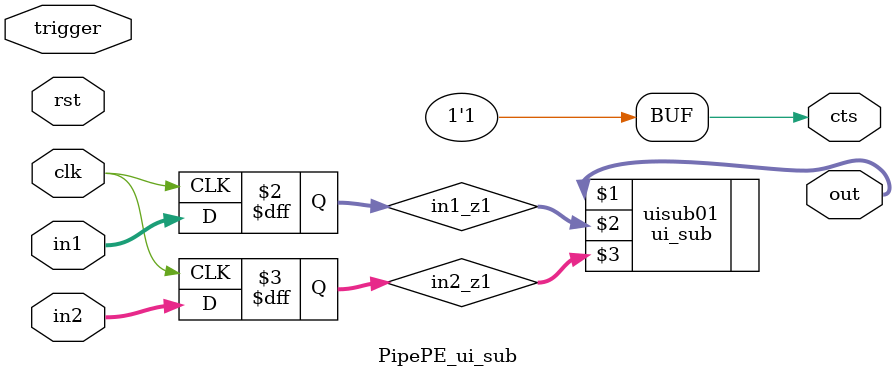
<source format=v>


// =============================================================================
// ** Local Macros (arithmetic core) 
// =============================================================================
`define OP_uisub ui_sub // which module to use for UI addition

module PipePE_ui_sub
#(
// =============================================================================
// ** Parameters 
// =============================================================================
// Size of word 
  parameter N = 64 
)

(
// =============================================================================
// ** Ports 
// =============================================================================
  input           clk,
  input           rst, //redundant
  input           trigger, //redundant
  output          cts, // Always asserted for ALWAYS-ON modules


  output [N-1:0]  out,
  input  [N-1:0]  in1,
  input  [N-1:0]  in2
);

// =============================================================================
// ** Procedures and assignments
// =============================================================================

//registered inputs for pipelining stage
reg [N-1:0]  in1_z1;
reg [N-1:0]  in2_z1;

always @(posedge clk) begin
  in1_z1 <= in1;
  in2_z1 <= in2;
end

//The FU computing output 
`OP_uisub #(N) uisub01 (out, in1_z1, in2_z1);

// cts set to 1 for ALWAYS-ON PEs
assign cts = 1'b1;

endmodule

// =============================================================================
// ** UNDEFINE Local Macros  
// =============================================================================
`undef OP_uisub


</source>
